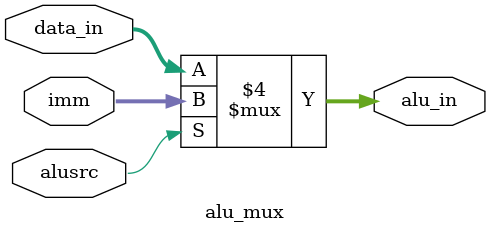
<source format=v>
module alu_mux (input [31:0] data_in, imm, input alusrc, output reg [31:0] alu_in);
always @(*)begin
    if (alusrc == 1) begin
        alu_in <= imm;
    end
    else begin
        alu_in <= data_in;
    end
end
endmodule
</source>
